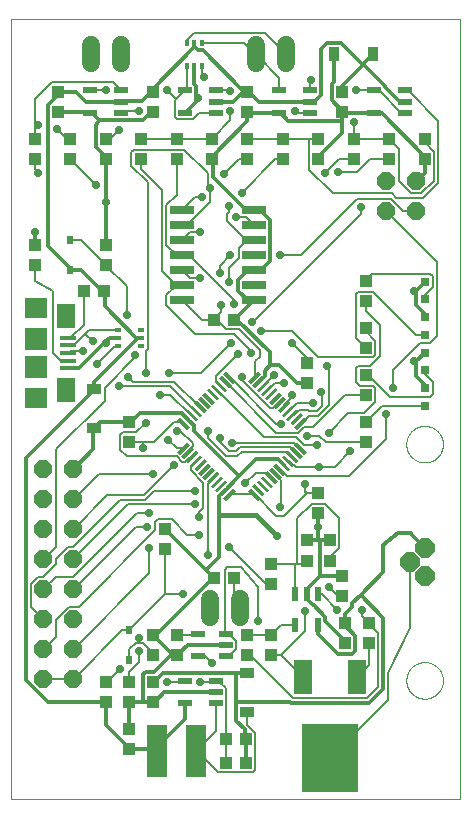
<source format=gtl>
G75*
%MOIN*%
%OFA0B0*%
%FSLAX25Y25*%
%IPPOS*%
%LPD*%
%AMOC8*
5,1,8,0,0,1.08239X$1,22.5*
%
%ADD10C,0.00000*%
%ADD11R,0.01181X0.04724*%
%ADD12R,0.04724X0.02362*%
%ADD13R,0.03937X0.04331*%
%ADD14R,0.07480X0.07087*%
%ADD15R,0.07480X0.07480*%
%ADD16R,0.06299X0.08268*%
%ADD17R,0.05315X0.01575*%
%ADD18R,0.02362X0.03150*%
%ADD19R,0.04331X0.03937*%
%ADD20R,0.04724X0.02165*%
%ADD21R,0.08000X0.02600*%
%ADD22C,0.06000*%
%ADD23R,0.06299X0.11811*%
%ADD24R,0.19000X0.22500*%
%ADD25R,0.02165X0.04724*%
%ADD26R,0.04803X0.03583*%
%ADD27R,0.03583X0.04803*%
%ADD28R,0.01575X0.02362*%
%ADD29OC8,0.06450*%
%ADD30R,0.03150X0.03150*%
%ADD31R,0.02362X0.01575*%
%ADD32R,0.07087X0.17717*%
%ADD33OC8,0.06000*%
%ADD34C,0.00700*%
%ADD35C,0.02800*%
%ADD36C,0.01200*%
%ADD37C,0.01600*%
D10*
X0004419Y0001800D02*
X0004419Y0261643D01*
X0154025Y0261643D01*
X0154045Y0001800D01*
X0004419Y0001800D01*
X0136114Y0041170D02*
X0136116Y0041326D01*
X0136122Y0041481D01*
X0136132Y0041637D01*
X0136146Y0041792D01*
X0136164Y0041947D01*
X0136185Y0042101D01*
X0136211Y0042255D01*
X0136241Y0042408D01*
X0136274Y0042560D01*
X0136312Y0042711D01*
X0136353Y0042861D01*
X0136398Y0043010D01*
X0136447Y0043158D01*
X0136500Y0043305D01*
X0136556Y0043450D01*
X0136616Y0043594D01*
X0136680Y0043736D01*
X0136747Y0043877D01*
X0136818Y0044015D01*
X0136893Y0044152D01*
X0136971Y0044287D01*
X0137052Y0044420D01*
X0137137Y0044551D01*
X0137225Y0044679D01*
X0137316Y0044806D01*
X0137410Y0044930D01*
X0137508Y0045051D01*
X0137609Y0045170D01*
X0137712Y0045286D01*
X0137819Y0045400D01*
X0137928Y0045511D01*
X0138041Y0045619D01*
X0138156Y0045724D01*
X0138273Y0045826D01*
X0138393Y0045925D01*
X0138516Y0046021D01*
X0138641Y0046114D01*
X0138769Y0046204D01*
X0138898Y0046290D01*
X0139030Y0046373D01*
X0139164Y0046453D01*
X0139300Y0046529D01*
X0139438Y0046602D01*
X0139577Y0046671D01*
X0139719Y0046736D01*
X0139862Y0046798D01*
X0140006Y0046856D01*
X0140152Y0046911D01*
X0140299Y0046962D01*
X0140448Y0047009D01*
X0140598Y0047052D01*
X0140748Y0047091D01*
X0140900Y0047127D01*
X0141053Y0047158D01*
X0141206Y0047186D01*
X0141360Y0047210D01*
X0141514Y0047230D01*
X0141669Y0047246D01*
X0141825Y0047258D01*
X0141980Y0047266D01*
X0142136Y0047270D01*
X0142292Y0047270D01*
X0142448Y0047266D01*
X0142603Y0047258D01*
X0142759Y0047246D01*
X0142914Y0047230D01*
X0143068Y0047210D01*
X0143222Y0047186D01*
X0143375Y0047158D01*
X0143528Y0047127D01*
X0143680Y0047091D01*
X0143830Y0047052D01*
X0143980Y0047009D01*
X0144129Y0046962D01*
X0144276Y0046911D01*
X0144422Y0046856D01*
X0144566Y0046798D01*
X0144709Y0046736D01*
X0144851Y0046671D01*
X0144990Y0046602D01*
X0145128Y0046529D01*
X0145264Y0046453D01*
X0145398Y0046373D01*
X0145530Y0046290D01*
X0145659Y0046204D01*
X0145787Y0046114D01*
X0145912Y0046021D01*
X0146035Y0045925D01*
X0146155Y0045826D01*
X0146272Y0045724D01*
X0146387Y0045619D01*
X0146500Y0045511D01*
X0146609Y0045400D01*
X0146716Y0045286D01*
X0146819Y0045170D01*
X0146920Y0045051D01*
X0147018Y0044930D01*
X0147112Y0044806D01*
X0147203Y0044679D01*
X0147291Y0044551D01*
X0147376Y0044420D01*
X0147457Y0044287D01*
X0147535Y0044152D01*
X0147610Y0044015D01*
X0147681Y0043877D01*
X0147748Y0043736D01*
X0147812Y0043594D01*
X0147872Y0043450D01*
X0147928Y0043305D01*
X0147981Y0043158D01*
X0148030Y0043010D01*
X0148075Y0042861D01*
X0148116Y0042711D01*
X0148154Y0042560D01*
X0148187Y0042408D01*
X0148217Y0042255D01*
X0148243Y0042101D01*
X0148264Y0041947D01*
X0148282Y0041792D01*
X0148296Y0041637D01*
X0148306Y0041481D01*
X0148312Y0041326D01*
X0148314Y0041170D01*
X0148312Y0041014D01*
X0148306Y0040859D01*
X0148296Y0040703D01*
X0148282Y0040548D01*
X0148264Y0040393D01*
X0148243Y0040239D01*
X0148217Y0040085D01*
X0148187Y0039932D01*
X0148154Y0039780D01*
X0148116Y0039629D01*
X0148075Y0039479D01*
X0148030Y0039330D01*
X0147981Y0039182D01*
X0147928Y0039035D01*
X0147872Y0038890D01*
X0147812Y0038746D01*
X0147748Y0038604D01*
X0147681Y0038463D01*
X0147610Y0038325D01*
X0147535Y0038188D01*
X0147457Y0038053D01*
X0147376Y0037920D01*
X0147291Y0037789D01*
X0147203Y0037661D01*
X0147112Y0037534D01*
X0147018Y0037410D01*
X0146920Y0037289D01*
X0146819Y0037170D01*
X0146716Y0037054D01*
X0146609Y0036940D01*
X0146500Y0036829D01*
X0146387Y0036721D01*
X0146272Y0036616D01*
X0146155Y0036514D01*
X0146035Y0036415D01*
X0145912Y0036319D01*
X0145787Y0036226D01*
X0145659Y0036136D01*
X0145530Y0036050D01*
X0145398Y0035967D01*
X0145264Y0035887D01*
X0145128Y0035811D01*
X0144990Y0035738D01*
X0144851Y0035669D01*
X0144709Y0035604D01*
X0144566Y0035542D01*
X0144422Y0035484D01*
X0144276Y0035429D01*
X0144129Y0035378D01*
X0143980Y0035331D01*
X0143830Y0035288D01*
X0143680Y0035249D01*
X0143528Y0035213D01*
X0143375Y0035182D01*
X0143222Y0035154D01*
X0143068Y0035130D01*
X0142914Y0035110D01*
X0142759Y0035094D01*
X0142603Y0035082D01*
X0142448Y0035074D01*
X0142292Y0035070D01*
X0142136Y0035070D01*
X0141980Y0035074D01*
X0141825Y0035082D01*
X0141669Y0035094D01*
X0141514Y0035110D01*
X0141360Y0035130D01*
X0141206Y0035154D01*
X0141053Y0035182D01*
X0140900Y0035213D01*
X0140748Y0035249D01*
X0140598Y0035288D01*
X0140448Y0035331D01*
X0140299Y0035378D01*
X0140152Y0035429D01*
X0140006Y0035484D01*
X0139862Y0035542D01*
X0139719Y0035604D01*
X0139577Y0035669D01*
X0139438Y0035738D01*
X0139300Y0035811D01*
X0139164Y0035887D01*
X0139030Y0035967D01*
X0138898Y0036050D01*
X0138769Y0036136D01*
X0138641Y0036226D01*
X0138516Y0036319D01*
X0138393Y0036415D01*
X0138273Y0036514D01*
X0138156Y0036616D01*
X0138041Y0036721D01*
X0137928Y0036829D01*
X0137819Y0036940D01*
X0137712Y0037054D01*
X0137609Y0037170D01*
X0137508Y0037289D01*
X0137410Y0037410D01*
X0137316Y0037534D01*
X0137225Y0037661D01*
X0137137Y0037789D01*
X0137052Y0037920D01*
X0136971Y0038053D01*
X0136893Y0038188D01*
X0136818Y0038325D01*
X0136747Y0038463D01*
X0136680Y0038604D01*
X0136616Y0038746D01*
X0136556Y0038890D01*
X0136500Y0039035D01*
X0136447Y0039182D01*
X0136398Y0039330D01*
X0136353Y0039479D01*
X0136312Y0039629D01*
X0136274Y0039780D01*
X0136241Y0039932D01*
X0136211Y0040085D01*
X0136185Y0040239D01*
X0136164Y0040393D01*
X0136146Y0040548D01*
X0136132Y0040703D01*
X0136122Y0040859D01*
X0136116Y0041014D01*
X0136114Y0041170D01*
X0136114Y0119910D02*
X0136116Y0120066D01*
X0136122Y0120221D01*
X0136132Y0120377D01*
X0136146Y0120532D01*
X0136164Y0120687D01*
X0136185Y0120841D01*
X0136211Y0120995D01*
X0136241Y0121148D01*
X0136274Y0121300D01*
X0136312Y0121451D01*
X0136353Y0121601D01*
X0136398Y0121750D01*
X0136447Y0121898D01*
X0136500Y0122045D01*
X0136556Y0122190D01*
X0136616Y0122334D01*
X0136680Y0122476D01*
X0136747Y0122617D01*
X0136818Y0122755D01*
X0136893Y0122892D01*
X0136971Y0123027D01*
X0137052Y0123160D01*
X0137137Y0123291D01*
X0137225Y0123419D01*
X0137316Y0123546D01*
X0137410Y0123670D01*
X0137508Y0123791D01*
X0137609Y0123910D01*
X0137712Y0124026D01*
X0137819Y0124140D01*
X0137928Y0124251D01*
X0138041Y0124359D01*
X0138156Y0124464D01*
X0138273Y0124566D01*
X0138393Y0124665D01*
X0138516Y0124761D01*
X0138641Y0124854D01*
X0138769Y0124944D01*
X0138898Y0125030D01*
X0139030Y0125113D01*
X0139164Y0125193D01*
X0139300Y0125269D01*
X0139438Y0125342D01*
X0139577Y0125411D01*
X0139719Y0125476D01*
X0139862Y0125538D01*
X0140006Y0125596D01*
X0140152Y0125651D01*
X0140299Y0125702D01*
X0140448Y0125749D01*
X0140598Y0125792D01*
X0140748Y0125831D01*
X0140900Y0125867D01*
X0141053Y0125898D01*
X0141206Y0125926D01*
X0141360Y0125950D01*
X0141514Y0125970D01*
X0141669Y0125986D01*
X0141825Y0125998D01*
X0141980Y0126006D01*
X0142136Y0126010D01*
X0142292Y0126010D01*
X0142448Y0126006D01*
X0142603Y0125998D01*
X0142759Y0125986D01*
X0142914Y0125970D01*
X0143068Y0125950D01*
X0143222Y0125926D01*
X0143375Y0125898D01*
X0143528Y0125867D01*
X0143680Y0125831D01*
X0143830Y0125792D01*
X0143980Y0125749D01*
X0144129Y0125702D01*
X0144276Y0125651D01*
X0144422Y0125596D01*
X0144566Y0125538D01*
X0144709Y0125476D01*
X0144851Y0125411D01*
X0144990Y0125342D01*
X0145128Y0125269D01*
X0145264Y0125193D01*
X0145398Y0125113D01*
X0145530Y0125030D01*
X0145659Y0124944D01*
X0145787Y0124854D01*
X0145912Y0124761D01*
X0146035Y0124665D01*
X0146155Y0124566D01*
X0146272Y0124464D01*
X0146387Y0124359D01*
X0146500Y0124251D01*
X0146609Y0124140D01*
X0146716Y0124026D01*
X0146819Y0123910D01*
X0146920Y0123791D01*
X0147018Y0123670D01*
X0147112Y0123546D01*
X0147203Y0123419D01*
X0147291Y0123291D01*
X0147376Y0123160D01*
X0147457Y0123027D01*
X0147535Y0122892D01*
X0147610Y0122755D01*
X0147681Y0122617D01*
X0147748Y0122476D01*
X0147812Y0122334D01*
X0147872Y0122190D01*
X0147928Y0122045D01*
X0147981Y0121898D01*
X0148030Y0121750D01*
X0148075Y0121601D01*
X0148116Y0121451D01*
X0148154Y0121300D01*
X0148187Y0121148D01*
X0148217Y0120995D01*
X0148243Y0120841D01*
X0148264Y0120687D01*
X0148282Y0120532D01*
X0148296Y0120377D01*
X0148306Y0120221D01*
X0148312Y0120066D01*
X0148314Y0119910D01*
X0148312Y0119754D01*
X0148306Y0119599D01*
X0148296Y0119443D01*
X0148282Y0119288D01*
X0148264Y0119133D01*
X0148243Y0118979D01*
X0148217Y0118825D01*
X0148187Y0118672D01*
X0148154Y0118520D01*
X0148116Y0118369D01*
X0148075Y0118219D01*
X0148030Y0118070D01*
X0147981Y0117922D01*
X0147928Y0117775D01*
X0147872Y0117630D01*
X0147812Y0117486D01*
X0147748Y0117344D01*
X0147681Y0117203D01*
X0147610Y0117065D01*
X0147535Y0116928D01*
X0147457Y0116793D01*
X0147376Y0116660D01*
X0147291Y0116529D01*
X0147203Y0116401D01*
X0147112Y0116274D01*
X0147018Y0116150D01*
X0146920Y0116029D01*
X0146819Y0115910D01*
X0146716Y0115794D01*
X0146609Y0115680D01*
X0146500Y0115569D01*
X0146387Y0115461D01*
X0146272Y0115356D01*
X0146155Y0115254D01*
X0146035Y0115155D01*
X0145912Y0115059D01*
X0145787Y0114966D01*
X0145659Y0114876D01*
X0145530Y0114790D01*
X0145398Y0114707D01*
X0145264Y0114627D01*
X0145128Y0114551D01*
X0144990Y0114478D01*
X0144851Y0114409D01*
X0144709Y0114344D01*
X0144566Y0114282D01*
X0144422Y0114224D01*
X0144276Y0114169D01*
X0144129Y0114118D01*
X0143980Y0114071D01*
X0143830Y0114028D01*
X0143680Y0113989D01*
X0143528Y0113953D01*
X0143375Y0113922D01*
X0143222Y0113894D01*
X0143068Y0113870D01*
X0142914Y0113850D01*
X0142759Y0113834D01*
X0142603Y0113822D01*
X0142448Y0113814D01*
X0142292Y0113810D01*
X0142136Y0113810D01*
X0141980Y0113814D01*
X0141825Y0113822D01*
X0141669Y0113834D01*
X0141514Y0113850D01*
X0141360Y0113870D01*
X0141206Y0113894D01*
X0141053Y0113922D01*
X0140900Y0113953D01*
X0140748Y0113989D01*
X0140598Y0114028D01*
X0140448Y0114071D01*
X0140299Y0114118D01*
X0140152Y0114169D01*
X0140006Y0114224D01*
X0139862Y0114282D01*
X0139719Y0114344D01*
X0139577Y0114409D01*
X0139438Y0114478D01*
X0139300Y0114551D01*
X0139164Y0114627D01*
X0139030Y0114707D01*
X0138898Y0114790D01*
X0138769Y0114876D01*
X0138641Y0114966D01*
X0138516Y0115059D01*
X0138393Y0115155D01*
X0138273Y0115254D01*
X0138156Y0115356D01*
X0138041Y0115461D01*
X0137928Y0115569D01*
X0137819Y0115680D01*
X0137712Y0115794D01*
X0137609Y0115910D01*
X0137508Y0116029D01*
X0137410Y0116150D01*
X0137316Y0116274D01*
X0137225Y0116401D01*
X0137137Y0116529D01*
X0137052Y0116660D01*
X0136971Y0116793D01*
X0136893Y0116928D01*
X0136818Y0117065D01*
X0136747Y0117203D01*
X0136680Y0117344D01*
X0136616Y0117486D01*
X0136556Y0117630D01*
X0136500Y0117775D01*
X0136447Y0117922D01*
X0136398Y0118070D01*
X0136353Y0118219D01*
X0136312Y0118369D01*
X0136274Y0118520D01*
X0136241Y0118672D01*
X0136211Y0118825D01*
X0136185Y0118979D01*
X0136164Y0119133D01*
X0136146Y0119288D01*
X0136132Y0119443D01*
X0136122Y0119599D01*
X0136116Y0119754D01*
X0136114Y0119910D01*
D11*
G36*
X0102923Y0117247D02*
X0102088Y0116412D01*
X0098749Y0119751D01*
X0099584Y0120586D01*
X0102923Y0117247D01*
G37*
G36*
X0101532Y0115855D02*
X0100697Y0115020D01*
X0097358Y0118359D01*
X0098193Y0119194D01*
X0101532Y0115855D01*
G37*
G36*
X0100140Y0114463D02*
X0099305Y0113628D01*
X0095966Y0116967D01*
X0096801Y0117802D01*
X0100140Y0114463D01*
G37*
G36*
X0098748Y0113071D02*
X0097913Y0112236D01*
X0094574Y0115575D01*
X0095409Y0116410D01*
X0098748Y0113071D01*
G37*
G36*
X0097356Y0111679D02*
X0096521Y0110844D01*
X0093182Y0114183D01*
X0094017Y0115018D01*
X0097356Y0111679D01*
G37*
G36*
X0095964Y0110287D02*
X0095129Y0109452D01*
X0091790Y0112791D01*
X0092625Y0113626D01*
X0095964Y0110287D01*
G37*
G36*
X0094572Y0108896D02*
X0093737Y0108061D01*
X0090398Y0111400D01*
X0091233Y0112235D01*
X0094572Y0108896D01*
G37*
G36*
X0093180Y0107504D02*
X0092345Y0106669D01*
X0089006Y0110008D01*
X0089841Y0110843D01*
X0093180Y0107504D01*
G37*
G36*
X0091788Y0106112D02*
X0090953Y0105277D01*
X0087614Y0108616D01*
X0088449Y0109451D01*
X0091788Y0106112D01*
G37*
G36*
X0090396Y0104720D02*
X0089561Y0103885D01*
X0086222Y0107224D01*
X0087057Y0108059D01*
X0090396Y0104720D01*
G37*
G36*
X0089004Y0103328D02*
X0088169Y0102493D01*
X0084830Y0105832D01*
X0085665Y0106667D01*
X0089004Y0103328D01*
G37*
G36*
X0087612Y0101936D02*
X0086777Y0101101D01*
X0083438Y0104440D01*
X0084273Y0105275D01*
X0087612Y0101936D01*
G37*
G36*
X0078425Y0105275D02*
X0079260Y0104440D01*
X0075921Y0101101D01*
X0075086Y0101936D01*
X0078425Y0105275D01*
G37*
G36*
X0077033Y0106667D02*
X0077868Y0105832D01*
X0074529Y0102493D01*
X0073694Y0103328D01*
X0077033Y0106667D01*
G37*
G36*
X0075642Y0108059D02*
X0076477Y0107224D01*
X0073138Y0103885D01*
X0072303Y0104720D01*
X0075642Y0108059D01*
G37*
G36*
X0074250Y0109451D02*
X0075085Y0108616D01*
X0071746Y0105277D01*
X0070911Y0106112D01*
X0074250Y0109451D01*
G37*
G36*
X0072858Y0110843D02*
X0073693Y0110008D01*
X0070354Y0106669D01*
X0069519Y0107504D01*
X0072858Y0110843D01*
G37*
G36*
X0071466Y0112235D02*
X0072301Y0111400D01*
X0068962Y0108061D01*
X0068127Y0108896D01*
X0071466Y0112235D01*
G37*
G36*
X0070074Y0113626D02*
X0070909Y0112791D01*
X0067570Y0109452D01*
X0066735Y0110287D01*
X0070074Y0113626D01*
G37*
G36*
X0068682Y0115018D02*
X0069517Y0114183D01*
X0066178Y0110844D01*
X0065343Y0111679D01*
X0068682Y0115018D01*
G37*
G36*
X0067290Y0116410D02*
X0068125Y0115575D01*
X0064786Y0112236D01*
X0063951Y0113071D01*
X0067290Y0116410D01*
G37*
G36*
X0065898Y0117802D02*
X0066733Y0116967D01*
X0063394Y0113628D01*
X0062559Y0114463D01*
X0065898Y0117802D01*
G37*
G36*
X0064506Y0119194D02*
X0065341Y0118359D01*
X0062002Y0115020D01*
X0061167Y0115855D01*
X0064506Y0119194D01*
G37*
G36*
X0063114Y0120586D02*
X0063949Y0119751D01*
X0060610Y0116412D01*
X0059775Y0117247D01*
X0063114Y0120586D01*
G37*
G36*
X0063949Y0125599D02*
X0063114Y0124764D01*
X0059775Y0128103D01*
X0060610Y0128938D01*
X0063949Y0125599D01*
G37*
G36*
X0065341Y0126991D02*
X0064506Y0126156D01*
X0061167Y0129495D01*
X0062002Y0130330D01*
X0065341Y0126991D01*
G37*
G36*
X0066733Y0128383D02*
X0065898Y0127548D01*
X0062559Y0130887D01*
X0063394Y0131722D01*
X0066733Y0128383D01*
G37*
G36*
X0068125Y0129775D02*
X0067290Y0128940D01*
X0063951Y0132279D01*
X0064786Y0133114D01*
X0068125Y0129775D01*
G37*
G36*
X0069517Y0131167D02*
X0068682Y0130332D01*
X0065343Y0133671D01*
X0066178Y0134506D01*
X0069517Y0131167D01*
G37*
G36*
X0070909Y0132559D02*
X0070074Y0131724D01*
X0066735Y0135063D01*
X0067570Y0135898D01*
X0070909Y0132559D01*
G37*
G36*
X0072301Y0133951D02*
X0071466Y0133116D01*
X0068127Y0136455D01*
X0068962Y0137290D01*
X0072301Y0133951D01*
G37*
G36*
X0073693Y0135342D02*
X0072858Y0134507D01*
X0069519Y0137846D01*
X0070354Y0138681D01*
X0073693Y0135342D01*
G37*
G36*
X0075085Y0136734D02*
X0074250Y0135899D01*
X0070911Y0139238D01*
X0071746Y0140073D01*
X0075085Y0136734D01*
G37*
G36*
X0076477Y0138126D02*
X0075642Y0137291D01*
X0072303Y0140630D01*
X0073138Y0141465D01*
X0076477Y0138126D01*
G37*
G36*
X0077868Y0139518D02*
X0077033Y0138683D01*
X0073694Y0142022D01*
X0074529Y0142857D01*
X0077868Y0139518D01*
G37*
G36*
X0079260Y0140910D02*
X0078425Y0140075D01*
X0075086Y0143414D01*
X0075921Y0144249D01*
X0079260Y0140910D01*
G37*
G36*
X0086777Y0144249D02*
X0087612Y0143414D01*
X0084273Y0140075D01*
X0083438Y0140910D01*
X0086777Y0144249D01*
G37*
G36*
X0088169Y0142857D02*
X0089004Y0142022D01*
X0085665Y0138683D01*
X0084830Y0139518D01*
X0088169Y0142857D01*
G37*
G36*
X0089561Y0141465D02*
X0090396Y0140630D01*
X0087057Y0137291D01*
X0086222Y0138126D01*
X0089561Y0141465D01*
G37*
G36*
X0090953Y0140073D02*
X0091788Y0139238D01*
X0088449Y0135899D01*
X0087614Y0136734D01*
X0090953Y0140073D01*
G37*
G36*
X0092345Y0138681D02*
X0093180Y0137846D01*
X0089841Y0134507D01*
X0089006Y0135342D01*
X0092345Y0138681D01*
G37*
G36*
X0093737Y0137290D02*
X0094572Y0136455D01*
X0091233Y0133116D01*
X0090398Y0133951D01*
X0093737Y0137290D01*
G37*
G36*
X0095129Y0135898D02*
X0095964Y0135063D01*
X0092625Y0131724D01*
X0091790Y0132559D01*
X0095129Y0135898D01*
G37*
G36*
X0096521Y0134506D02*
X0097356Y0133671D01*
X0094017Y0130332D01*
X0093182Y0131167D01*
X0096521Y0134506D01*
G37*
G36*
X0097913Y0133114D02*
X0098748Y0132279D01*
X0095409Y0128940D01*
X0094574Y0129775D01*
X0097913Y0133114D01*
G37*
G36*
X0099305Y0131722D02*
X0100140Y0130887D01*
X0096801Y0127548D01*
X0095966Y0128383D01*
X0099305Y0131722D01*
G37*
G36*
X0100697Y0130330D02*
X0101532Y0129495D01*
X0098193Y0126156D01*
X0097358Y0126991D01*
X0100697Y0130330D01*
G37*
G36*
X0102088Y0128938D02*
X0102923Y0128103D01*
X0099584Y0124764D01*
X0098749Y0125599D01*
X0102088Y0128938D01*
G37*
D12*
X0075875Y0056721D03*
X0075875Y0052981D03*
X0075875Y0049241D03*
X0066820Y0049241D03*
X0066820Y0056721D03*
D13*
X0059537Y0056328D03*
X0059537Y0049635D03*
X0051663Y0049635D03*
X0051663Y0056328D03*
X0051663Y0040580D03*
X0051663Y0033887D03*
X0043789Y0024831D03*
X0043789Y0018139D03*
X0075875Y0021485D03*
X0082568Y0021485D03*
X0083159Y0049635D03*
X0083159Y0056328D03*
X0078691Y0075271D03*
X0071998Y0075271D03*
X0055600Y0085068D03*
X0055600Y0091761D03*
X0043789Y0120501D03*
X0043789Y0127194D03*
X0035915Y0179556D03*
X0035915Y0186249D03*
X0035915Y0214989D03*
X0035915Y0221682D03*
X0051663Y0230737D03*
X0051663Y0237430D03*
X0071348Y0221682D03*
X0071348Y0214989D03*
X0083159Y0230737D03*
X0083159Y0237430D03*
X0106781Y0221682D03*
X0106781Y0214989D03*
X0114655Y0230737D03*
X0114655Y0237430D03*
X0142214Y0221682D03*
X0142214Y0214989D03*
X0102844Y0146879D03*
X0102844Y0140186D03*
X0106781Y0103572D03*
X0106781Y0096879D03*
X0110718Y0087824D03*
X0110718Y0081131D03*
X0115639Y0060265D03*
X0115639Y0053572D03*
X0020167Y0230737D03*
X0020167Y0237430D03*
D14*
X0012568Y0165284D03*
X0012568Y0135363D03*
D15*
X0012568Y0145599D03*
X0012568Y0155048D03*
D16*
X0022608Y0162528D03*
X0022608Y0138119D03*
D17*
X0023198Y0145206D03*
X0023198Y0147765D03*
X0023198Y0150324D03*
X0023198Y0152883D03*
X0023198Y0155442D03*
D18*
X0024104Y0177981D03*
X0024104Y0187824D03*
X0043789Y0057902D03*
X0043789Y0048060D03*
D19*
X0043789Y0040580D03*
X0043789Y0033887D03*
X0035915Y0033887D03*
X0035915Y0040580D03*
X0075875Y0013611D03*
X0082568Y0013611D03*
X0091033Y0049635D03*
X0091033Y0056328D03*
X0091033Y0073257D03*
X0091033Y0079950D03*
X0102844Y0081131D03*
X0102844Y0087824D03*
X0114655Y0076013D03*
X0114655Y0069320D03*
X0123513Y0060265D03*
X0123513Y0053572D03*
X0122529Y0120501D03*
X0122529Y0127194D03*
X0122529Y0136249D03*
X0122529Y0142942D03*
X0122529Y0151997D03*
X0122529Y0158690D03*
X0122529Y0167745D03*
X0122529Y0174438D03*
X0118592Y0214989D03*
X0118592Y0221682D03*
X0130403Y0221682D03*
X0130403Y0214989D03*
X0094970Y0214989D03*
X0094970Y0221682D03*
X0083159Y0221682D03*
X0083159Y0214989D03*
X0059537Y0214989D03*
X0059537Y0221682D03*
X0047726Y0221682D03*
X0047726Y0214989D03*
X0024104Y0214989D03*
X0024104Y0221682D03*
X0012293Y0221682D03*
X0012293Y0214989D03*
X0012293Y0186249D03*
X0012293Y0179556D03*
X0028631Y0171091D03*
X0035324Y0171091D03*
X0071938Y0161249D03*
X0078631Y0161249D03*
D20*
X0072529Y0230343D03*
X0072529Y0234083D03*
X0072529Y0237824D03*
X0062292Y0237824D03*
X0062292Y0230343D03*
X0041033Y0230343D03*
X0041033Y0234083D03*
X0041033Y0237824D03*
X0030796Y0237824D03*
X0030796Y0230343D03*
X0093788Y0230343D03*
X0093788Y0237824D03*
X0104025Y0237824D03*
X0104025Y0234083D03*
X0104025Y0230343D03*
X0125284Y0230343D03*
X0125284Y0237824D03*
X0135521Y0237824D03*
X0135521Y0234083D03*
X0135521Y0230343D03*
X0072529Y0040973D03*
X0072529Y0037233D03*
X0072529Y0033493D03*
X0062292Y0033493D03*
X0062292Y0040973D03*
D21*
X0061216Y0167902D03*
X0061216Y0172902D03*
X0061216Y0177902D03*
X0061216Y0182902D03*
X0061216Y0187902D03*
X0061216Y0192902D03*
X0061216Y0197902D03*
X0085416Y0197902D03*
X0085416Y0192902D03*
X0085416Y0187902D03*
X0085416Y0182902D03*
X0085416Y0177902D03*
X0085416Y0172902D03*
X0085416Y0167902D03*
D22*
X0086033Y0246831D02*
X0086033Y0252831D01*
X0096033Y0252831D02*
X0096033Y0246831D01*
X0040915Y0246831D02*
X0040915Y0252831D01*
X0030915Y0252831D02*
X0030915Y0246831D01*
X0070777Y0068284D02*
X0070777Y0062284D01*
X0080777Y0062284D02*
X0080777Y0068284D01*
D23*
X0101741Y0042391D03*
X0119694Y0042391D03*
D24*
X0110718Y0015233D03*
D25*
X0106584Y0059674D03*
X0099104Y0059674D03*
X0099104Y0069911D03*
X0102844Y0069911D03*
X0106584Y0069911D03*
D26*
X0083159Y0043729D03*
X0083159Y0030737D03*
X0031978Y0125225D03*
X0031978Y0138217D03*
D27*
X0112096Y0249831D03*
X0125088Y0249831D03*
D28*
X0068001Y0245894D03*
X0065442Y0245894D03*
X0062883Y0245894D03*
X0062883Y0253769D03*
X0065442Y0253769D03*
X0068001Y0253769D03*
D29*
X0142214Y0085277D03*
X0137477Y0080540D03*
X0142214Y0075803D03*
D30*
X0142214Y0132706D03*
X0142214Y0138611D03*
X0142214Y0144517D03*
X0142214Y0150422D03*
X0142214Y0156328D03*
X0142214Y0162233D03*
X0142214Y0168139D03*
X0142214Y0174044D03*
D31*
X0047726Y0157902D03*
X0047726Y0155343D03*
X0047726Y0152784D03*
X0039852Y0152784D03*
X0039852Y0155343D03*
X0039852Y0157902D03*
D32*
X0053139Y0017548D03*
X0065934Y0017548D03*
D33*
X0025167Y0041603D03*
X0025167Y0051603D03*
X0025167Y0061603D03*
X0025167Y0071603D03*
X0025167Y0081603D03*
X0025167Y0091603D03*
X0025167Y0101603D03*
X0025167Y0111603D03*
X0015167Y0111603D03*
X0015167Y0101603D03*
X0015167Y0091603D03*
X0015167Y0081603D03*
X0015167Y0071603D03*
X0015167Y0061603D03*
X0015167Y0051603D03*
X0015167Y0041603D03*
X0129340Y0197587D03*
X0129340Y0207587D03*
X0139340Y0207587D03*
X0139340Y0197587D03*
D34*
X0139261Y0197666D01*
X0135029Y0197666D01*
X0130895Y0201800D01*
X0119675Y0201800D01*
X0100875Y0183001D01*
X0093887Y0183001D01*
X0085416Y0187902D02*
X0082568Y0187627D01*
X0080304Y0185363D01*
X0080304Y0181820D01*
X0076958Y0178473D01*
X0076958Y0173847D01*
X0073907Y0176898D02*
X0073907Y0179457D01*
X0077450Y0183001D01*
X0082765Y0187922D02*
X0085324Y0187922D01*
X0085416Y0187902D01*
X0082765Y0187922D02*
X0076367Y0194320D01*
X0076367Y0196682D01*
X0076860Y0197174D01*
X0076860Y0199339D01*
X0079222Y0195501D02*
X0082765Y0195501D01*
X0085324Y0192942D01*
X0085416Y0192902D01*
X0081289Y0203769D02*
X0092509Y0214989D01*
X0094970Y0214989D01*
X0094970Y0221682D02*
X0103730Y0221682D01*
X0103730Y0211446D01*
X0111702Y0203473D01*
X0131289Y0203473D01*
X0132765Y0201997D01*
X0141623Y0201997D01*
X0146741Y0207115D01*
X0146741Y0227686D01*
X0136604Y0237824D01*
X0135521Y0237824D01*
X0135521Y0230343D02*
X0134438Y0230343D01*
X0126958Y0237824D01*
X0125284Y0237824D01*
X0119182Y0237824D01*
X0118690Y0227194D02*
X0118690Y0221977D01*
X0118592Y0221682D01*
X0130403Y0221682D01*
X0130600Y0221387D01*
X0133651Y0218335D01*
X0133651Y0207509D01*
X0137686Y0203473D01*
X0141033Y0203473D01*
X0145265Y0207706D01*
X0145265Y0217450D01*
X0142214Y0220501D01*
X0142214Y0221682D01*
X0130403Y0214989D02*
X0124104Y0214989D01*
X0119675Y0210560D01*
X0113277Y0210560D01*
X0108946Y0210265D02*
X0113671Y0214989D01*
X0118592Y0214989D01*
X0120856Y0198946D02*
X0120856Y0196583D01*
X0085029Y0160757D01*
X0084734Y0160757D01*
X0087785Y0157706D02*
X0097923Y0157706D01*
X0106682Y0148946D01*
X0124989Y0148946D01*
X0125777Y0149733D01*
X0125777Y0154261D01*
X0122529Y0157509D01*
X0122529Y0158690D01*
X0119281Y0155245D02*
X0122529Y0151997D01*
X0119281Y0155245D02*
X0119281Y0170009D01*
X0120068Y0170796D01*
X0124989Y0170796D01*
X0139458Y0156328D01*
X0142214Y0156328D01*
X0140738Y0153670D02*
X0144084Y0153670D01*
X0146348Y0155934D01*
X0146348Y0180639D01*
X0129419Y0197568D01*
X0129340Y0197587D01*
X0124793Y0176702D02*
X0122529Y0174438D01*
X0124793Y0176702D02*
X0144084Y0176702D01*
X0144871Y0175914D01*
X0144871Y0172174D01*
X0142214Y0169517D01*
X0142214Y0168139D01*
X0140738Y0153670D02*
X0131781Y0144713D01*
X0131781Y0138611D01*
X0130600Y0135757D02*
X0123415Y0142942D01*
X0122529Y0142942D01*
X0124104Y0145993D02*
X0120068Y0145993D01*
X0119281Y0145206D01*
X0119281Y0140678D01*
X0120659Y0139300D01*
X0124989Y0139300D01*
X0125777Y0138513D01*
X0125777Y0133985D01*
X0122037Y0130245D01*
X0116820Y0130245D01*
X0110226Y0123650D01*
X0107175Y0122666D02*
X0109340Y0120501D01*
X0122529Y0120501D01*
X0117411Y0117646D02*
X0112194Y0112430D01*
X0107175Y0112430D01*
X0106879Y0112233D01*
X0099202Y0112233D01*
X0097135Y0114300D01*
X0096741Y0114300D01*
X0096661Y0114323D01*
X0097529Y0115776D02*
X0095856Y0117450D01*
X0081190Y0117450D01*
X0079812Y0116072D01*
X0075875Y0116072D01*
X0069871Y0122076D01*
X0069871Y0124143D01*
X0066038Y0131027D02*
X0066033Y0131032D01*
X0065639Y0131032D01*
X0057371Y0139300D01*
X0040245Y0139300D01*
X0043297Y0142450D02*
X0044970Y0140776D01*
X0058651Y0140776D01*
X0066919Y0132509D01*
X0067411Y0132509D01*
X0067430Y0132419D01*
X0064646Y0129635D02*
X0064556Y0129654D01*
X0064261Y0129654D01*
X0057470Y0136446D01*
X0053927Y0136446D01*
X0056978Y0143631D02*
X0067608Y0143631D01*
X0077647Y0153670D01*
X0078631Y0156721D02*
X0065639Y0156721D01*
X0056092Y0166269D01*
X0056092Y0169517D01*
X0059241Y0172666D01*
X0061216Y0172902D01*
X0061210Y0172961D01*
X0059438Y0172961D01*
X0054615Y0177784D01*
X0054615Y0204654D01*
X0047726Y0211544D01*
X0047726Y0214989D01*
X0045265Y0218040D02*
X0061997Y0218040D01*
X0069871Y0210166D01*
X0069871Y0206426D01*
X0070560Y0205737D01*
X0070757Y0205442D01*
X0070757Y0200717D01*
X0062982Y0192942D01*
X0061308Y0192942D01*
X0061216Y0192902D01*
X0063867Y0190481D02*
X0061308Y0187922D01*
X0061216Y0187902D01*
X0063867Y0190481D02*
X0067411Y0190481D01*
X0064064Y0182706D02*
X0061505Y0182706D01*
X0061216Y0182902D01*
X0059537Y0182902D01*
X0056092Y0186347D01*
X0056092Y0199536D01*
X0059537Y0202981D01*
X0059537Y0214989D01*
X0059537Y0221682D02*
X0071348Y0221682D01*
X0071545Y0221977D01*
X0077450Y0227883D01*
X0077450Y0230934D01*
X0072529Y0230343D02*
X0067115Y0230343D01*
X0064950Y0228178D01*
X0059635Y0228178D01*
X0058848Y0228965D01*
X0058848Y0234280D01*
X0059389Y0234822D01*
X0056190Y0238020D01*
X0059389Y0234822D02*
X0062096Y0237528D01*
X0062292Y0237824D01*
X0062293Y0237824D01*
X0062883Y0238414D01*
X0062883Y0245894D01*
X0068001Y0245894D02*
X0068001Y0242745D01*
X0068592Y0242154D01*
X0072529Y0237824D02*
X0077253Y0237824D01*
X0077450Y0237627D01*
X0086210Y0249536D02*
X0086033Y0249831D01*
X0086013Y0249831D01*
X0082076Y0253769D01*
X0068001Y0253769D01*
X0065245Y0256918D02*
X0088867Y0256918D01*
X0095954Y0249831D01*
X0096033Y0249831D01*
X0093690Y0242056D02*
X0086210Y0249536D01*
X0093690Y0242056D02*
X0093690Y0237824D01*
X0093788Y0237824D01*
X0099104Y0230934D02*
X0099694Y0230343D01*
X0104025Y0230343D01*
X0104123Y0237824D02*
X0104025Y0237824D01*
X0104123Y0237824D02*
X0104123Y0241170D01*
X0104419Y0241465D01*
X0103730Y0221682D02*
X0106781Y0221682D01*
X0094970Y0221682D02*
X0083159Y0221682D01*
X0083159Y0214989D02*
X0080304Y0214989D01*
X0075186Y0209871D01*
X0067903Y0202194D02*
X0065541Y0202194D01*
X0061308Y0197961D01*
X0061216Y0197902D01*
X0064064Y0182706D02*
X0078828Y0167942D01*
X0078828Y0166662D01*
X0074497Y0166367D02*
X0074497Y0163906D01*
X0072135Y0161544D01*
X0071938Y0161249D01*
X0072726Y0161643D01*
X0076171Y0158198D01*
X0080403Y0158198D01*
X0087194Y0151406D01*
X0087194Y0149044D01*
X0085619Y0147469D01*
X0085619Y0142253D01*
X0085525Y0142162D01*
X0088309Y0139378D02*
X0088375Y0139398D01*
X0092017Y0143040D01*
X0092312Y0140186D02*
X0095265Y0140186D01*
X0092312Y0140186D02*
X0090147Y0138020D01*
X0089753Y0138020D01*
X0089701Y0137986D01*
X0093395Y0133788D02*
X0091722Y0132115D01*
X0090738Y0132115D01*
X0081387Y0141465D01*
X0081387Y0142351D01*
X0077253Y0142154D02*
X0077173Y0142162D01*
X0077253Y0142154D02*
X0092804Y0126603D01*
X0094182Y0126603D01*
X0096661Y0131027D02*
X0096741Y0131032D01*
X0097037Y0131032D01*
X0099694Y0133690D01*
X0105009Y0133690D01*
X0103336Y0131328D02*
X0103828Y0130835D01*
X0106190Y0130835D01*
X0107864Y0132509D01*
X0107864Y0136938D01*
X0107568Y0137233D01*
X0110423Y0133001D02*
X0110423Y0145206D01*
X0109537Y0146091D01*
X0102844Y0146879D02*
X0102844Y0148749D01*
X0098119Y0153473D01*
X0098119Y0136446D02*
X0098119Y0135658D01*
X0095364Y0132902D01*
X0095364Y0132509D01*
X0095269Y0132419D01*
X0093877Y0133811D02*
X0093789Y0133788D01*
X0093395Y0133788D01*
X0098053Y0129635D02*
X0098119Y0129654D01*
X0098513Y0129654D01*
X0100186Y0131328D01*
X0103336Y0131328D01*
X0103631Y0129359D02*
X0106781Y0129359D01*
X0110423Y0133001D01*
X0115738Y0136249D02*
X0105009Y0125520D01*
X0101860Y0125520D01*
X0100088Y0123749D01*
X0092804Y0123749D01*
X0075875Y0140678D01*
X0075781Y0140770D01*
X0074390Y0139378D02*
X0074301Y0139398D01*
X0072726Y0140973D01*
X0072726Y0142646D01*
X0080009Y0149930D01*
X0084340Y0150225D02*
X0084340Y0151013D01*
X0078631Y0156721D01*
X0071938Y0161249D02*
X0067903Y0161249D01*
X0061308Y0167843D01*
X0061216Y0167902D01*
X0063867Y0175324D02*
X0061308Y0177883D01*
X0061216Y0177902D01*
X0063867Y0175324D02*
X0067411Y0175324D01*
X0049989Y0151702D02*
X0049989Y0207213D01*
X0044478Y0212725D01*
X0044478Y0217253D01*
X0045265Y0218040D01*
X0047726Y0221682D02*
X0059537Y0221682D01*
X0047135Y0231131D02*
X0041919Y0231131D01*
X0041131Y0230343D01*
X0041033Y0230343D01*
X0040245Y0224536D02*
X0037391Y0221682D01*
X0035915Y0221682D01*
X0024104Y0214989D02*
X0032765Y0206328D01*
X0024104Y0221682D02*
X0022923Y0221682D01*
X0019773Y0224831D01*
X0013474Y0226209D02*
X0012293Y0226209D01*
X0012293Y0221682D01*
X0012293Y0226209D02*
X0012293Y0235068D01*
X0017903Y0240678D01*
X0038178Y0240678D01*
X0041033Y0237824D01*
X0041033Y0237824D01*
X0036112Y0237824D02*
X0030796Y0237824D01*
X0012293Y0214989D02*
X0012293Y0211643D01*
X0013474Y0210461D01*
X0024104Y0187824D02*
X0027647Y0187824D01*
X0035915Y0179556D01*
X0036112Y0179261D01*
X0042903Y0172469D01*
X0042903Y0163020D01*
X0039852Y0157902D02*
X0030501Y0157902D01*
X0029173Y0156574D01*
X0031584Y0154162D01*
X0029173Y0156574D02*
X0025482Y0152883D01*
X0023198Y0152883D01*
X0023907Y0151013D02*
X0023218Y0150324D01*
X0023198Y0150324D01*
X0023907Y0151013D02*
X0028434Y0151013D01*
X0032864Y0146583D02*
X0039064Y0152784D01*
X0039852Y0152784D01*
X0045757Y0149635D02*
X0045757Y0148946D01*
X0035521Y0138709D01*
X0035521Y0134379D01*
X0019281Y0118139D01*
X0019281Y0085658D01*
X0015245Y0081623D01*
X0015167Y0081603D01*
X0019281Y0081524D02*
X0019281Y0079950D01*
X0015049Y0075717D01*
X0013474Y0075717D01*
X0011112Y0073355D01*
X0011112Y0065678D01*
X0015147Y0061643D01*
X0015167Y0061603D01*
X0019281Y0061446D02*
X0019281Y0055639D01*
X0015245Y0051603D01*
X0015167Y0051603D01*
X0015245Y0041662D02*
X0015167Y0041603D01*
X0015245Y0041662D02*
X0024891Y0041662D01*
X0025167Y0041603D01*
X0025186Y0041662D01*
X0041427Y0057902D01*
X0043789Y0057902D01*
X0043986Y0058198D01*
X0055600Y0069812D01*
X0061702Y0069812D01*
X0055600Y0069812D02*
X0055600Y0085068D01*
X0052450Y0091170D02*
X0026958Y0065678D01*
X0023513Y0065678D01*
X0019281Y0061446D01*
X0015167Y0071603D02*
X0019281Y0075717D01*
X0025088Y0075717D01*
X0046446Y0097076D01*
X0050285Y0097076D01*
X0052450Y0094123D02*
X0052450Y0091170D01*
X0052450Y0094123D02*
X0053336Y0095009D01*
X0057864Y0095009D01*
X0063080Y0089792D01*
X0067017Y0089792D01*
X0067017Y0095698D02*
X0067017Y0097371D01*
X0068395Y0098749D01*
X0068395Y0107115D01*
X0064360Y0111150D01*
X0064360Y0112627D01*
X0066033Y0114300D01*
X0066038Y0114323D01*
X0064646Y0115715D02*
X0064556Y0115678D01*
X0064163Y0115678D01*
X0062489Y0114005D01*
X0061505Y0114005D01*
X0059635Y0115875D01*
X0042903Y0115875D01*
X0040738Y0118040D01*
X0040738Y0122961D01*
X0041722Y0123946D01*
X0046052Y0123946D01*
X0049202Y0127095D01*
X0048316Y0120501D02*
X0043789Y0120501D01*
X0048316Y0120501D02*
X0048316Y0118729D01*
X0048316Y0120501D02*
X0051860Y0120501D01*
X0058651Y0127292D01*
X0061407Y0127292D01*
X0061801Y0126898D01*
X0061862Y0126851D01*
X0060816Y0124438D02*
X0059832Y0124438D01*
X0060816Y0124438D02*
X0064950Y0120304D01*
X0064950Y0119221D01*
X0063277Y0117548D01*
X0063277Y0117154D01*
X0063254Y0117107D01*
X0061862Y0118499D02*
X0061801Y0118532D01*
X0059635Y0118532D01*
X0056781Y0121387D01*
X0058552Y0112922D02*
X0048513Y0102883D01*
X0036407Y0102883D01*
X0025186Y0091662D01*
X0025167Y0091603D01*
X0024989Y0085658D02*
X0023415Y0085658D01*
X0019281Y0081524D01*
X0024989Y0085658D02*
X0040738Y0101406D01*
X0049104Y0101406D01*
X0051958Y0104261D01*
X0065541Y0104261D01*
X0065541Y0099930D02*
X0043493Y0099930D01*
X0025167Y0081603D01*
X0025186Y0071682D02*
X0025167Y0071603D01*
X0025186Y0071682D02*
X0045856Y0092351D01*
X0049596Y0092351D01*
X0050482Y0085166D02*
X0050482Y0076898D01*
X0025186Y0051603D01*
X0025167Y0051603D01*
X0035915Y0040580D02*
X0036407Y0040580D01*
X0040738Y0044910D01*
X0043789Y0043926D02*
X0043789Y0040580D01*
X0043789Y0043926D02*
X0047135Y0047272D01*
X0047135Y0050816D01*
X0047135Y0053670D02*
X0045954Y0053670D01*
X0043789Y0051505D01*
X0043789Y0048060D01*
X0047135Y0053670D02*
X0047135Y0055146D01*
X0047135Y0053670D02*
X0048316Y0053670D01*
X0051663Y0050324D01*
X0051663Y0049635D01*
X0056289Y0040580D02*
X0061801Y0040580D01*
X0062194Y0040973D01*
X0062292Y0040973D01*
X0067214Y0040580D02*
X0072135Y0040580D01*
X0072529Y0040973D01*
X0072529Y0040973D01*
X0072824Y0040776D01*
X0073808Y0040776D01*
X0075974Y0038611D01*
X0075974Y0021780D01*
X0075875Y0021485D01*
X0075875Y0013611D01*
X0073415Y0010560D02*
X0066427Y0017548D01*
X0065934Y0017548D01*
X0072529Y0024143D01*
X0072529Y0033493D01*
X0072529Y0033493D01*
X0071348Y0046879D02*
X0068986Y0049241D01*
X0066820Y0049241D01*
X0066427Y0056328D02*
X0066820Y0056721D01*
X0066427Y0056328D02*
X0059537Y0056328D01*
X0075678Y0057017D02*
X0075875Y0056721D01*
X0077056Y0056721D01*
X0079320Y0054457D01*
X0079320Y0051505D01*
X0077056Y0049241D01*
X0075875Y0049241D01*
X0075678Y0057017D02*
X0075678Y0072272D01*
X0075580Y0072371D01*
X0075580Y0077194D01*
X0075974Y0079064D01*
X0080895Y0079064D01*
X0086702Y0072272D01*
X0086702Y0060954D01*
X0083159Y0056328D02*
X0091033Y0056328D01*
X0091328Y0056524D01*
X0094379Y0059576D01*
X0099104Y0059576D01*
X0099104Y0059674D01*
X0102352Y0057607D02*
X0102352Y0064398D01*
X0099104Y0069911D02*
X0099104Y0079950D01*
X0091033Y0079950D01*
X0091033Y0073257D02*
X0089458Y0073257D01*
X0076958Y0085757D01*
X0078691Y0075271D02*
X0078730Y0074733D01*
X0078730Y0066269D01*
X0080206Y0064792D01*
X0080777Y0065284D01*
X0083159Y0049635D02*
X0084045Y0049635D01*
X0098316Y0035363D01*
X0123119Y0035363D01*
X0126761Y0039005D01*
X0126761Y0057017D01*
X0123513Y0060265D01*
X0123316Y0060560D01*
X0121249Y0062627D01*
X0121249Y0064792D01*
X0114655Y0069320D02*
X0113178Y0069320D01*
X0110226Y0072272D01*
X0107864Y0069910D02*
X0112982Y0064792D01*
X0107864Y0069910D02*
X0106584Y0069910D01*
X0106584Y0069911D01*
X0101663Y0079950D02*
X0099596Y0079950D01*
X0099596Y0095206D01*
X0104517Y0100127D01*
X0109045Y0100127D01*
X0113769Y0095402D01*
X0113769Y0085363D01*
X0110718Y0082312D01*
X0110718Y0081131D01*
X0102844Y0081131D02*
X0101663Y0079950D01*
X0099596Y0079950D02*
X0099104Y0079950D01*
X0095265Y0095993D02*
X0092804Y0095993D01*
X0085619Y0103178D01*
X0085525Y0103188D01*
X0085226Y0103178D01*
X0077253Y0103178D01*
X0077173Y0103188D01*
X0082273Y0106820D02*
X0085915Y0110461D01*
X0088966Y0110461D01*
X0090639Y0108788D01*
X0091033Y0108788D01*
X0091093Y0108756D01*
X0092509Y0109674D02*
X0094182Y0108001D01*
X0094182Y0098946D01*
X0094084Y0098847D01*
X0095265Y0095993D02*
X0102844Y0103572D01*
X0102647Y0103867D01*
X0102450Y0104064D01*
X0102450Y0106524D01*
X0102844Y0103572D02*
X0106781Y0103572D01*
X0098053Y0115715D02*
X0098021Y0115776D01*
X0097529Y0115776D01*
X0099005Y0117154D02*
X0097234Y0118926D01*
X0080600Y0118926D01*
X0079222Y0117548D01*
X0076860Y0117548D01*
X0073907Y0120501D01*
X0073907Y0122076D01*
X0078041Y0120402D02*
X0098513Y0120402D01*
X0100383Y0118532D01*
X0100777Y0118532D01*
X0100836Y0118499D01*
X0102056Y0119615D02*
X0099399Y0122272D01*
X0088671Y0122272D01*
X0073021Y0137922D01*
X0072998Y0137986D01*
X0071606Y0108756D02*
X0071545Y0108690D01*
X0071545Y0108296D01*
X0069871Y0106623D01*
X0069871Y0082902D01*
X0051663Y0110068D02*
X0033651Y0110068D01*
X0025186Y0101603D01*
X0025167Y0101603D01*
X0049202Y0143631D02*
X0049202Y0150914D01*
X0049989Y0151702D01*
X0028631Y0159772D02*
X0024497Y0155639D01*
X0023198Y0155442D01*
X0024202Y0155442D01*
X0028631Y0159772D02*
X0028631Y0171091D01*
X0018395Y0170993D02*
X0018395Y0150225D01*
X0020856Y0147765D01*
X0023198Y0147765D01*
X0018395Y0170993D02*
X0012293Y0174143D01*
X0012293Y0179556D01*
X0062883Y0253769D02*
X0062883Y0254556D01*
X0065245Y0256918D01*
X0122529Y0167745D02*
X0122529Y0164202D01*
X0127253Y0159477D01*
X0127253Y0149143D01*
X0124104Y0145993D01*
X0122529Y0136249D02*
X0115738Y0136249D01*
X0122529Y0127194D02*
X0128041Y0132706D01*
X0142214Y0132706D01*
X0143887Y0135757D02*
X0130600Y0135757D01*
X0129222Y0129851D02*
X0129222Y0121682D01*
X0116919Y0109379D01*
X0096446Y0109379D01*
X0094379Y0111446D01*
X0093887Y0111446D01*
X0093877Y0111539D01*
X0092485Y0110148D02*
X0092509Y0110068D01*
X0092509Y0109674D01*
X0099005Y0117154D02*
X0099399Y0117154D01*
X0099445Y0117107D01*
X0102056Y0119615D02*
X0106190Y0119615D01*
X0107175Y0122666D02*
X0103041Y0122666D01*
X0101171Y0126898D02*
X0103631Y0129359D01*
X0101171Y0126898D02*
X0100875Y0126898D01*
X0100836Y0126851D01*
X0137391Y0080540D02*
X0137477Y0080540D01*
X0137391Y0080540D02*
X0137391Y0058788D01*
X0130108Y0043631D01*
X0130108Y0034674D01*
X0110718Y0015284D01*
X0110718Y0015233D01*
X0119694Y0042391D02*
X0119773Y0042450D01*
X0123513Y0046190D01*
X0123513Y0053572D01*
X0102352Y0057607D02*
X0094675Y0049930D01*
X0094478Y0049635D01*
X0101663Y0042450D01*
X0101741Y0042391D01*
X0094478Y0049635D02*
X0091033Y0049635D01*
X0083159Y0030737D02*
X0083159Y0026406D01*
X0085816Y0023749D01*
X0085816Y0011347D01*
X0085029Y0010560D01*
X0073415Y0010560D01*
X0143887Y0135757D02*
X0144871Y0136741D01*
X0144871Y0140481D01*
X0142214Y0143139D01*
X0142214Y0144517D01*
D35*
X0138572Y0147469D03*
X0131781Y0138611D03*
X0129222Y0129851D03*
X0117411Y0117646D03*
X0110226Y0123650D03*
X0106190Y0119615D03*
X0103041Y0122666D03*
X0106879Y0112233D03*
X0102450Y0106524D03*
X0094084Y0098847D03*
X0093001Y0089398D03*
X0082273Y0106820D03*
X0078041Y0120402D03*
X0073907Y0122076D03*
X0069871Y0124143D03*
X0059832Y0124438D03*
X0056781Y0121387D03*
X0058552Y0112922D03*
X0065541Y0104261D03*
X0065541Y0099930D03*
X0067017Y0095698D03*
X0067017Y0089792D03*
X0069871Y0082902D03*
X0076958Y0085757D03*
X0086702Y0060954D03*
X0071348Y0046879D03*
X0067214Y0040580D03*
X0056289Y0040580D03*
X0047135Y0050816D03*
X0047135Y0055146D03*
X0040738Y0044910D03*
X0061702Y0069812D03*
X0050482Y0085166D03*
X0049596Y0092351D03*
X0050285Y0097076D03*
X0051663Y0110068D03*
X0048316Y0118729D03*
X0049202Y0127095D03*
X0053927Y0136446D03*
X0056978Y0143631D03*
X0049202Y0143631D03*
X0045757Y0149635D03*
X0043297Y0142450D03*
X0040245Y0139300D03*
X0032864Y0146583D03*
X0028434Y0151013D03*
X0031584Y0154162D03*
X0036013Y0153769D03*
X0042903Y0163020D03*
X0067411Y0175324D03*
X0073907Y0176898D03*
X0076958Y0173847D03*
X0078828Y0166662D03*
X0074497Y0166367D03*
X0077647Y0153670D03*
X0080009Y0149930D03*
X0081387Y0142351D03*
X0084340Y0150225D03*
X0087785Y0157706D03*
X0084734Y0160757D03*
X0092017Y0143040D03*
X0095265Y0140186D03*
X0098119Y0136446D03*
X0094182Y0126603D03*
X0105009Y0133690D03*
X0107568Y0137233D03*
X0109537Y0146091D03*
X0098119Y0153473D03*
X0093887Y0183001D03*
X0081289Y0203769D03*
X0076860Y0199339D03*
X0079222Y0195501D03*
X0077450Y0183001D03*
X0067411Y0190481D03*
X0067903Y0202194D03*
X0070757Y0205442D03*
X0075186Y0209871D03*
X0077450Y0230934D03*
X0077450Y0237627D03*
X0068592Y0242154D03*
X0066623Y0235265D03*
X0056190Y0238020D03*
X0047135Y0231131D03*
X0040245Y0224536D03*
X0036112Y0237824D03*
X0019773Y0224831D03*
X0013474Y0226209D03*
X0013474Y0210461D03*
X0012391Y0190776D03*
X0032765Y0206328D03*
X0035915Y0200619D03*
X0099104Y0230934D03*
X0104419Y0241465D03*
X0118690Y0227194D03*
X0119182Y0237824D03*
X0113277Y0210560D03*
X0108946Y0210265D03*
X0120856Y0198946D03*
X0138572Y0171091D03*
X0106781Y0092154D03*
X0110226Y0072272D03*
X0112982Y0064792D03*
X0121249Y0064792D03*
X0102352Y0064398D03*
D36*
X0105108Y0066170D02*
X0102844Y0068434D01*
X0102844Y0069911D01*
X0103041Y0070501D01*
X0103041Y0071583D01*
X0107470Y0076013D01*
X0107273Y0076603D01*
X0107273Y0087824D01*
X0106781Y0087824D01*
X0106781Y0092154D01*
X0106781Y0096879D01*
X0106781Y0087824D02*
X0102844Y0087824D01*
X0107273Y0087824D02*
X0110718Y0087824D01*
X0107470Y0076013D02*
X0114655Y0076013D01*
X0120856Y0069615D02*
X0118100Y0066859D01*
X0118100Y0065481D01*
X0115836Y0063217D01*
X0115836Y0060855D01*
X0115639Y0060265D01*
X0115639Y0059477D01*
X0118986Y0056131D01*
X0118986Y0051013D01*
X0118001Y0050028D01*
X0113277Y0050028D01*
X0106584Y0056721D01*
X0106584Y0059674D01*
X0109045Y0060954D02*
X0109045Y0062430D01*
X0105304Y0066170D01*
X0105108Y0066170D01*
X0109045Y0060954D02*
X0115639Y0054359D01*
X0115639Y0053572D01*
X0128434Y0062036D02*
X0120856Y0069615D01*
X0128434Y0077194D01*
X0128434Y0086347D01*
X0133257Y0090186D01*
X0137785Y0090186D01*
X0137785Y0089891D01*
X0142214Y0085265D01*
X0142214Y0085277D01*
X0128434Y0062036D02*
X0128434Y0038316D01*
X0123808Y0033690D01*
X0097627Y0033690D01*
X0097430Y0033887D01*
X0079419Y0033887D01*
X0079419Y0027784D01*
X0082371Y0024831D01*
X0082371Y0022076D01*
X0082568Y0021485D01*
X0082568Y0013611D01*
X0079419Y0033887D02*
X0079419Y0043729D01*
X0055009Y0043729D01*
X0051860Y0040580D01*
X0051663Y0040580D01*
X0052056Y0044123D02*
X0049301Y0044123D01*
X0048316Y0043139D01*
X0048316Y0033887D01*
X0051663Y0033887D01*
X0052253Y0034083D01*
X0055403Y0037233D01*
X0072529Y0037233D01*
X0079419Y0043729D02*
X0083159Y0043729D01*
X0075875Y0052981D02*
X0063277Y0052981D01*
X0060127Y0049831D01*
X0059537Y0049635D01*
X0058356Y0049635D01*
X0057962Y0050028D01*
X0052056Y0044123D01*
X0057962Y0050028D02*
X0051663Y0056328D01*
X0052549Y0056229D01*
X0070954Y0074635D01*
X0071348Y0074635D01*
X0071998Y0075271D01*
X0071938Y0074831D01*
X0071938Y0075422D01*
X0069379Y0077981D01*
X0073808Y0082410D01*
X0073808Y0096288D01*
X0073808Y0102587D01*
X0075383Y0104162D01*
X0075781Y0104580D01*
X0075875Y0104654D01*
X0079123Y0107902D01*
X0079123Y0108099D01*
X0080304Y0109280D01*
X0065245Y0124339D01*
X0065245Y0126209D01*
X0063671Y0127784D01*
X0063254Y0128243D01*
X0063178Y0128276D01*
X0061210Y0130245D01*
X0047234Y0130245D01*
X0044379Y0127391D01*
X0043789Y0127194D01*
X0033946Y0127194D01*
X0031978Y0125225D01*
X0031781Y0124635D01*
X0031781Y0118237D01*
X0025186Y0111643D01*
X0025167Y0111603D01*
X0009438Y0115284D02*
X0031781Y0137627D01*
X0031978Y0138217D01*
X0031978Y0140776D01*
X0045954Y0154753D01*
X0046151Y0155343D01*
X0035521Y0165973D01*
X0035521Y0170501D01*
X0035324Y0171091D01*
X0034537Y0171091D01*
X0027745Y0177883D01*
X0024694Y0177883D01*
X0024104Y0177981D01*
X0023907Y0178572D01*
X0016623Y0185855D01*
X0016623Y0233099D01*
X0019970Y0236446D01*
X0019970Y0236839D01*
X0020167Y0237430D01*
X0025974Y0237430D01*
X0029320Y0234083D01*
X0041033Y0234083D01*
X0041623Y0234280D01*
X0048119Y0234280D01*
X0051072Y0237233D01*
X0051663Y0237430D01*
X0051663Y0238414D01*
X0065442Y0252194D01*
X0066033Y0251997D01*
X0066820Y0251209D01*
X0068297Y0251209D01*
X0081486Y0238020D01*
X0083159Y0237430D01*
X0083749Y0237233D01*
X0086899Y0234083D01*
X0104025Y0234083D01*
X0104615Y0234280D01*
X0105698Y0234280D01*
X0107765Y0236347D01*
X0107765Y0251505D01*
X0109832Y0253572D01*
X0114458Y0253572D01*
X0121643Y0246387D01*
X0114655Y0239398D01*
X0114655Y0237430D01*
X0112096Y0240776D02*
X0111308Y0239989D01*
X0111308Y0234477D01*
X0114458Y0231328D01*
X0114655Y0230737D01*
X0115245Y0230343D01*
X0125284Y0230343D01*
X0125875Y0230146D01*
X0127844Y0230146D01*
X0142017Y0215973D01*
X0142017Y0215580D01*
X0142214Y0214989D01*
X0142214Y0210461D01*
X0139340Y0207587D01*
X0135521Y0234083D02*
X0134045Y0234083D01*
X0129025Y0239103D01*
X0129025Y0239398D01*
X0121840Y0246583D01*
X0121643Y0246387D01*
X0121840Y0246583D02*
X0125088Y0249831D01*
X0112096Y0249831D02*
X0112096Y0240776D01*
X0114655Y0230737D02*
X0114655Y0227784D01*
X0096741Y0227784D01*
X0094379Y0230146D01*
X0093788Y0230343D01*
X0083749Y0230343D01*
X0083159Y0230737D01*
X0083159Y0227587D01*
X0071348Y0215776D01*
X0071348Y0214989D01*
X0071545Y0214398D01*
X0071545Y0209083D01*
X0082667Y0197961D01*
X0085324Y0197961D01*
X0085416Y0197902D01*
X0086013Y0197765D01*
X0087588Y0197765D01*
X0090738Y0194615D01*
X0090738Y0181131D01*
X0087883Y0178276D01*
X0085915Y0178276D01*
X0085416Y0177902D01*
X0085324Y0177883D01*
X0083356Y0177883D01*
X0080108Y0174635D01*
X0080108Y0170993D01*
X0083848Y0167253D01*
X0085416Y0167902D01*
X0085324Y0167942D01*
X0078631Y0161249D01*
X0079615Y0161446D01*
X0090541Y0150520D01*
X0090541Y0146780D01*
X0090738Y0146190D01*
X0088867Y0144320D01*
X0088867Y0142646D01*
X0086997Y0140776D01*
X0086917Y0140770D01*
X0090738Y0146190D02*
X0093690Y0146190D01*
X0099694Y0140186D01*
X0102844Y0140186D01*
X0093395Y0114891D02*
X0085915Y0114891D01*
X0080304Y0109280D01*
X0093395Y0114891D02*
X0095265Y0113020D01*
X0095269Y0112931D01*
X0069379Y0077981D02*
X0055600Y0091761D01*
X0027056Y0145206D02*
X0023198Y0145206D01*
X0027056Y0145206D02*
X0035816Y0153965D01*
X0036013Y0153769D01*
X0035816Y0153965D02*
X0037194Y0155343D01*
X0039852Y0155343D01*
X0046151Y0155343D02*
X0047726Y0155343D01*
X0035915Y0186249D02*
X0035915Y0200619D01*
X0035915Y0214989D01*
X0035718Y0215580D01*
X0035718Y0215973D01*
X0032568Y0219123D01*
X0032568Y0226406D01*
X0033454Y0227292D01*
X0033651Y0227883D01*
X0031387Y0230146D01*
X0030796Y0230343D01*
X0030698Y0230343D01*
X0030304Y0230737D01*
X0020167Y0230737D01*
X0033651Y0227883D02*
X0048316Y0227883D01*
X0051171Y0230737D01*
X0051663Y0230737D01*
X0062292Y0230343D02*
X0062293Y0230343D01*
X0066033Y0234083D01*
X0066033Y0235265D01*
X0066623Y0235265D01*
X0066033Y0235265D02*
X0066033Y0239300D01*
X0065442Y0239891D01*
X0065442Y0245894D01*
X0065442Y0252194D02*
X0065442Y0253769D01*
X0072529Y0234083D02*
X0078336Y0234083D01*
X0081682Y0237430D01*
X0083159Y0237430D01*
X0106781Y0215776D02*
X0114655Y0223650D01*
X0114655Y0227784D01*
X0106781Y0215776D02*
X0106781Y0214989D01*
X0138572Y0171091D02*
X0139261Y0171091D01*
X0142214Y0174044D01*
X0139261Y0171091D02*
X0139261Y0166170D01*
X0142214Y0163217D01*
X0142214Y0162233D01*
X0142214Y0150422D02*
X0139261Y0147469D01*
X0138572Y0147469D01*
X0139261Y0147469D02*
X0139261Y0142548D01*
X0142214Y0139595D01*
X0142214Y0138611D01*
X0062292Y0033493D02*
X0062194Y0033493D01*
X0062194Y0028178D01*
X0052745Y0018729D01*
X0053139Y0017548D01*
X0052549Y0018139D01*
X0043789Y0018139D01*
X0043592Y0018729D01*
X0035915Y0026406D01*
X0035915Y0033887D01*
X0035324Y0034083D01*
X0016525Y0034083D01*
X0009438Y0041170D01*
X0009438Y0115284D01*
X0012293Y0186249D02*
X0012293Y0190678D01*
X0012391Y0190776D01*
X0043789Y0033887D02*
X0048316Y0033887D01*
X0043789Y0033887D02*
X0043789Y0024831D01*
D37*
X0073808Y0096288D02*
X0086112Y0096288D01*
X0093001Y0089398D01*
M02*

</source>
